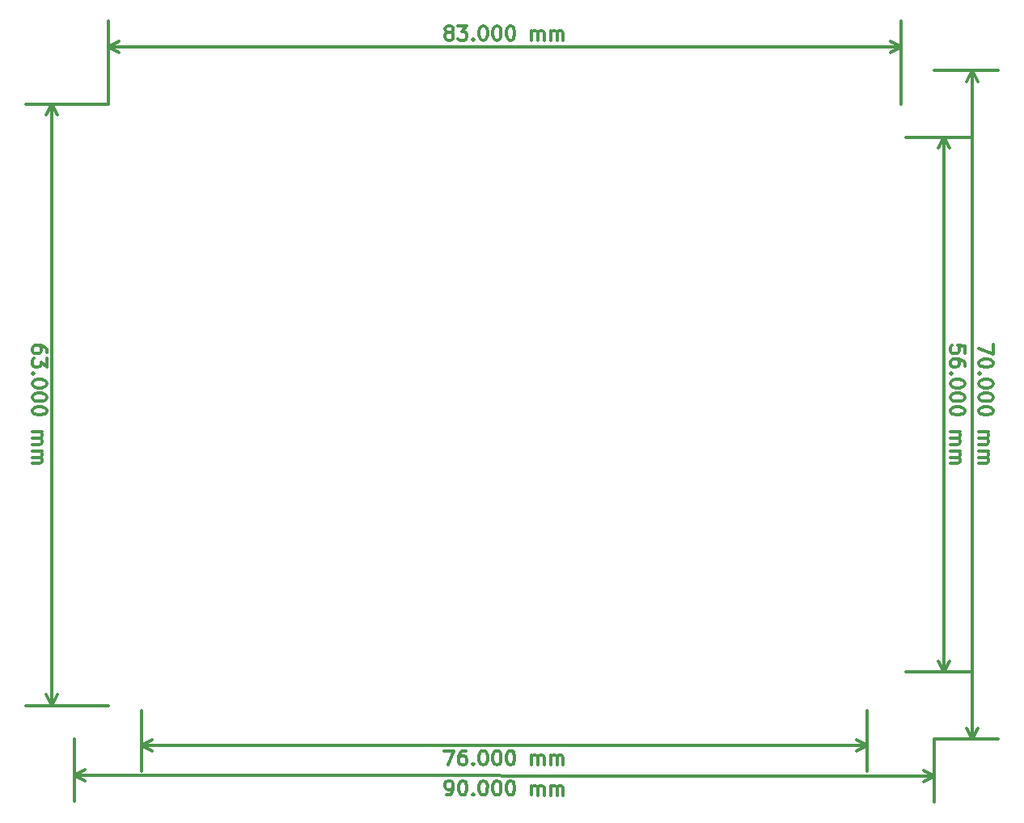
<source format=gbr>
G04 #@! TF.FileFunction,Drawing*
%FSLAX46Y46*%
G04 Gerber Fmt 4.6, Leading zero omitted, Abs format (unit mm)*
G04 Created by KiCad (PCBNEW 4.0.7) date Monday, September 04, 2017 'PMt' 03:05:56 PM*
%MOMM*%
%LPD*%
G01*
G04 APERTURE LIST*
%ADD10C,0.100000*%
%ADD11C,0.300000*%
G04 APERTURE END LIST*
D10*
D11*
X165071429Y-70500001D02*
X165071429Y-70214287D01*
X165000000Y-70071430D01*
X164928571Y-70000001D01*
X164714286Y-69857144D01*
X164428571Y-69785715D01*
X163857143Y-69785715D01*
X163714286Y-69857144D01*
X163642857Y-69928572D01*
X163571429Y-70071430D01*
X163571429Y-70357144D01*
X163642857Y-70500001D01*
X163714286Y-70571430D01*
X163857143Y-70642858D01*
X164214286Y-70642858D01*
X164357143Y-70571430D01*
X164428571Y-70500001D01*
X164500000Y-70357144D01*
X164500000Y-70071430D01*
X164428571Y-69928572D01*
X164357143Y-69857144D01*
X164214286Y-69785715D01*
X165071429Y-71142858D02*
X165071429Y-72071429D01*
X164500000Y-71571429D01*
X164500000Y-71785715D01*
X164428571Y-71928572D01*
X164357143Y-72000001D01*
X164214286Y-72071429D01*
X163857143Y-72071429D01*
X163714286Y-72000001D01*
X163642857Y-71928572D01*
X163571429Y-71785715D01*
X163571429Y-71357143D01*
X163642857Y-71214286D01*
X163714286Y-71142858D01*
X163714286Y-72714286D02*
X163642857Y-72785714D01*
X163571429Y-72714286D01*
X163642857Y-72642857D01*
X163714286Y-72714286D01*
X163571429Y-72714286D01*
X165071429Y-73714286D02*
X165071429Y-73857143D01*
X165000000Y-74000000D01*
X164928571Y-74071429D01*
X164785714Y-74142858D01*
X164500000Y-74214286D01*
X164142857Y-74214286D01*
X163857143Y-74142858D01*
X163714286Y-74071429D01*
X163642857Y-74000000D01*
X163571429Y-73857143D01*
X163571429Y-73714286D01*
X163642857Y-73571429D01*
X163714286Y-73500000D01*
X163857143Y-73428572D01*
X164142857Y-73357143D01*
X164500000Y-73357143D01*
X164785714Y-73428572D01*
X164928571Y-73500000D01*
X165000000Y-73571429D01*
X165071429Y-73714286D01*
X165071429Y-75142857D02*
X165071429Y-75285714D01*
X165000000Y-75428571D01*
X164928571Y-75500000D01*
X164785714Y-75571429D01*
X164500000Y-75642857D01*
X164142857Y-75642857D01*
X163857143Y-75571429D01*
X163714286Y-75500000D01*
X163642857Y-75428571D01*
X163571429Y-75285714D01*
X163571429Y-75142857D01*
X163642857Y-75000000D01*
X163714286Y-74928571D01*
X163857143Y-74857143D01*
X164142857Y-74785714D01*
X164500000Y-74785714D01*
X164785714Y-74857143D01*
X164928571Y-74928571D01*
X165000000Y-75000000D01*
X165071429Y-75142857D01*
X165071429Y-76571428D02*
X165071429Y-76714285D01*
X165000000Y-76857142D01*
X164928571Y-76928571D01*
X164785714Y-77000000D01*
X164500000Y-77071428D01*
X164142857Y-77071428D01*
X163857143Y-77000000D01*
X163714286Y-76928571D01*
X163642857Y-76857142D01*
X163571429Y-76714285D01*
X163571429Y-76571428D01*
X163642857Y-76428571D01*
X163714286Y-76357142D01*
X163857143Y-76285714D01*
X164142857Y-76214285D01*
X164500000Y-76214285D01*
X164785714Y-76285714D01*
X164928571Y-76357142D01*
X165000000Y-76428571D01*
X165071429Y-76571428D01*
X163571429Y-78857142D02*
X164571429Y-78857142D01*
X164428571Y-78857142D02*
X164500000Y-78928570D01*
X164571429Y-79071428D01*
X164571429Y-79285713D01*
X164500000Y-79428570D01*
X164357143Y-79499999D01*
X163571429Y-79499999D01*
X164357143Y-79499999D02*
X164500000Y-79571428D01*
X164571429Y-79714285D01*
X164571429Y-79928570D01*
X164500000Y-80071428D01*
X164357143Y-80142856D01*
X163571429Y-80142856D01*
X163571429Y-80857142D02*
X164571429Y-80857142D01*
X164428571Y-80857142D02*
X164500000Y-80928570D01*
X164571429Y-81071428D01*
X164571429Y-81285713D01*
X164500000Y-81428570D01*
X164357143Y-81499999D01*
X163571429Y-81499999D01*
X164357143Y-81499999D02*
X164500000Y-81571428D01*
X164571429Y-81714285D01*
X164571429Y-81928570D01*
X164500000Y-82071428D01*
X164357143Y-82142856D01*
X163571429Y-82142856D01*
X165600000Y-44500000D02*
X165600000Y-107500000D01*
X171500000Y-44500000D02*
X162900000Y-44500000D01*
X171500000Y-107500000D02*
X162900000Y-107500000D01*
X165600000Y-107500000D02*
X165013579Y-106373496D01*
X165600000Y-107500000D02*
X166186421Y-106373496D01*
X165600000Y-44500000D02*
X165013579Y-45626504D01*
X165600000Y-44500000D02*
X166186421Y-45626504D01*
X207071430Y-36971429D02*
X206928572Y-36900000D01*
X206857144Y-36828571D01*
X206785715Y-36685714D01*
X206785715Y-36614286D01*
X206857144Y-36471429D01*
X206928572Y-36400000D01*
X207071430Y-36328571D01*
X207357144Y-36328571D01*
X207500001Y-36400000D01*
X207571430Y-36471429D01*
X207642858Y-36614286D01*
X207642858Y-36685714D01*
X207571430Y-36828571D01*
X207500001Y-36900000D01*
X207357144Y-36971429D01*
X207071430Y-36971429D01*
X206928572Y-37042857D01*
X206857144Y-37114286D01*
X206785715Y-37257143D01*
X206785715Y-37542857D01*
X206857144Y-37685714D01*
X206928572Y-37757143D01*
X207071430Y-37828571D01*
X207357144Y-37828571D01*
X207500001Y-37757143D01*
X207571430Y-37685714D01*
X207642858Y-37542857D01*
X207642858Y-37257143D01*
X207571430Y-37114286D01*
X207500001Y-37042857D01*
X207357144Y-36971429D01*
X208142858Y-36328571D02*
X209071429Y-36328571D01*
X208571429Y-36900000D01*
X208785715Y-36900000D01*
X208928572Y-36971429D01*
X209000001Y-37042857D01*
X209071429Y-37185714D01*
X209071429Y-37542857D01*
X209000001Y-37685714D01*
X208928572Y-37757143D01*
X208785715Y-37828571D01*
X208357143Y-37828571D01*
X208214286Y-37757143D01*
X208142858Y-37685714D01*
X209714286Y-37685714D02*
X209785714Y-37757143D01*
X209714286Y-37828571D01*
X209642857Y-37757143D01*
X209714286Y-37685714D01*
X209714286Y-37828571D01*
X210714286Y-36328571D02*
X210857143Y-36328571D01*
X211000000Y-36400000D01*
X211071429Y-36471429D01*
X211142858Y-36614286D01*
X211214286Y-36900000D01*
X211214286Y-37257143D01*
X211142858Y-37542857D01*
X211071429Y-37685714D01*
X211000000Y-37757143D01*
X210857143Y-37828571D01*
X210714286Y-37828571D01*
X210571429Y-37757143D01*
X210500000Y-37685714D01*
X210428572Y-37542857D01*
X210357143Y-37257143D01*
X210357143Y-36900000D01*
X210428572Y-36614286D01*
X210500000Y-36471429D01*
X210571429Y-36400000D01*
X210714286Y-36328571D01*
X212142857Y-36328571D02*
X212285714Y-36328571D01*
X212428571Y-36400000D01*
X212500000Y-36471429D01*
X212571429Y-36614286D01*
X212642857Y-36900000D01*
X212642857Y-37257143D01*
X212571429Y-37542857D01*
X212500000Y-37685714D01*
X212428571Y-37757143D01*
X212285714Y-37828571D01*
X212142857Y-37828571D01*
X212000000Y-37757143D01*
X211928571Y-37685714D01*
X211857143Y-37542857D01*
X211785714Y-37257143D01*
X211785714Y-36900000D01*
X211857143Y-36614286D01*
X211928571Y-36471429D01*
X212000000Y-36400000D01*
X212142857Y-36328571D01*
X213571428Y-36328571D02*
X213714285Y-36328571D01*
X213857142Y-36400000D01*
X213928571Y-36471429D01*
X214000000Y-36614286D01*
X214071428Y-36900000D01*
X214071428Y-37257143D01*
X214000000Y-37542857D01*
X213928571Y-37685714D01*
X213857142Y-37757143D01*
X213714285Y-37828571D01*
X213571428Y-37828571D01*
X213428571Y-37757143D01*
X213357142Y-37685714D01*
X213285714Y-37542857D01*
X213214285Y-37257143D01*
X213214285Y-36900000D01*
X213285714Y-36614286D01*
X213357142Y-36471429D01*
X213428571Y-36400000D01*
X213571428Y-36328571D01*
X215857142Y-37828571D02*
X215857142Y-36828571D01*
X215857142Y-36971429D02*
X215928570Y-36900000D01*
X216071428Y-36828571D01*
X216285713Y-36828571D01*
X216428570Y-36900000D01*
X216499999Y-37042857D01*
X216499999Y-37828571D01*
X216499999Y-37042857D02*
X216571428Y-36900000D01*
X216714285Y-36828571D01*
X216928570Y-36828571D01*
X217071428Y-36900000D01*
X217142856Y-37042857D01*
X217142856Y-37828571D01*
X217857142Y-37828571D02*
X217857142Y-36828571D01*
X217857142Y-36971429D02*
X217928570Y-36900000D01*
X218071428Y-36828571D01*
X218285713Y-36828571D01*
X218428570Y-36900000D01*
X218499999Y-37042857D01*
X218499999Y-37828571D01*
X218499999Y-37042857D02*
X218571428Y-36900000D01*
X218714285Y-36828571D01*
X218928570Y-36828571D01*
X219071428Y-36900000D01*
X219142856Y-37042857D01*
X219142856Y-37828571D01*
X171500000Y-38500000D02*
X254500000Y-38500000D01*
X171500000Y-44500000D02*
X171500000Y-35800000D01*
X254500000Y-44500000D02*
X254500000Y-35800000D01*
X254500000Y-38500000D02*
X253373496Y-39086421D01*
X254500000Y-38500000D02*
X253373496Y-37913579D01*
X171500000Y-38500000D02*
X172626504Y-39086421D01*
X171500000Y-38500000D02*
X172626504Y-37913579D01*
X206714287Y-112228571D02*
X207714287Y-112228571D01*
X207071430Y-113728571D01*
X208928572Y-112228571D02*
X208642858Y-112228571D01*
X208500001Y-112300000D01*
X208428572Y-112371429D01*
X208285715Y-112585714D01*
X208214286Y-112871429D01*
X208214286Y-113442857D01*
X208285715Y-113585714D01*
X208357143Y-113657143D01*
X208500001Y-113728571D01*
X208785715Y-113728571D01*
X208928572Y-113657143D01*
X209000001Y-113585714D01*
X209071429Y-113442857D01*
X209071429Y-113085714D01*
X209000001Y-112942857D01*
X208928572Y-112871429D01*
X208785715Y-112800000D01*
X208500001Y-112800000D01*
X208357143Y-112871429D01*
X208285715Y-112942857D01*
X208214286Y-113085714D01*
X209714286Y-113585714D02*
X209785714Y-113657143D01*
X209714286Y-113728571D01*
X209642857Y-113657143D01*
X209714286Y-113585714D01*
X209714286Y-113728571D01*
X210714286Y-112228571D02*
X210857143Y-112228571D01*
X211000000Y-112300000D01*
X211071429Y-112371429D01*
X211142858Y-112514286D01*
X211214286Y-112800000D01*
X211214286Y-113157143D01*
X211142858Y-113442857D01*
X211071429Y-113585714D01*
X211000000Y-113657143D01*
X210857143Y-113728571D01*
X210714286Y-113728571D01*
X210571429Y-113657143D01*
X210500000Y-113585714D01*
X210428572Y-113442857D01*
X210357143Y-113157143D01*
X210357143Y-112800000D01*
X210428572Y-112514286D01*
X210500000Y-112371429D01*
X210571429Y-112300000D01*
X210714286Y-112228571D01*
X212142857Y-112228571D02*
X212285714Y-112228571D01*
X212428571Y-112300000D01*
X212500000Y-112371429D01*
X212571429Y-112514286D01*
X212642857Y-112800000D01*
X212642857Y-113157143D01*
X212571429Y-113442857D01*
X212500000Y-113585714D01*
X212428571Y-113657143D01*
X212285714Y-113728571D01*
X212142857Y-113728571D01*
X212000000Y-113657143D01*
X211928571Y-113585714D01*
X211857143Y-113442857D01*
X211785714Y-113157143D01*
X211785714Y-112800000D01*
X211857143Y-112514286D01*
X211928571Y-112371429D01*
X212000000Y-112300000D01*
X212142857Y-112228571D01*
X213571428Y-112228571D02*
X213714285Y-112228571D01*
X213857142Y-112300000D01*
X213928571Y-112371429D01*
X214000000Y-112514286D01*
X214071428Y-112800000D01*
X214071428Y-113157143D01*
X214000000Y-113442857D01*
X213928571Y-113585714D01*
X213857142Y-113657143D01*
X213714285Y-113728571D01*
X213571428Y-113728571D01*
X213428571Y-113657143D01*
X213357142Y-113585714D01*
X213285714Y-113442857D01*
X213214285Y-113157143D01*
X213214285Y-112800000D01*
X213285714Y-112514286D01*
X213357142Y-112371429D01*
X213428571Y-112300000D01*
X213571428Y-112228571D01*
X215857142Y-113728571D02*
X215857142Y-112728571D01*
X215857142Y-112871429D02*
X215928570Y-112800000D01*
X216071428Y-112728571D01*
X216285713Y-112728571D01*
X216428570Y-112800000D01*
X216499999Y-112942857D01*
X216499999Y-113728571D01*
X216499999Y-112942857D02*
X216571428Y-112800000D01*
X216714285Y-112728571D01*
X216928570Y-112728571D01*
X217071428Y-112800000D01*
X217142856Y-112942857D01*
X217142856Y-113728571D01*
X217857142Y-113728571D02*
X217857142Y-112728571D01*
X217857142Y-112871429D02*
X217928570Y-112800000D01*
X218071428Y-112728571D01*
X218285713Y-112728571D01*
X218428570Y-112800000D01*
X218499999Y-112942857D01*
X218499999Y-113728571D01*
X218499999Y-112942857D02*
X218571428Y-112800000D01*
X218714285Y-112728571D01*
X218928570Y-112728571D01*
X219071428Y-112800000D01*
X219142856Y-112942857D01*
X219142856Y-113728571D01*
X175000000Y-111700000D02*
X251000000Y-111700000D01*
X175000000Y-108000000D02*
X175000000Y-114400000D01*
X251000000Y-108000000D02*
X251000000Y-114400000D01*
X251000000Y-111700000D02*
X249873496Y-112286421D01*
X251000000Y-111700000D02*
X249873496Y-111113579D01*
X175000000Y-111700000D02*
X176126504Y-112286421D01*
X175000000Y-111700000D02*
X176126504Y-111113579D01*
X261171429Y-70571430D02*
X261171429Y-69857144D01*
X260457143Y-69785715D01*
X260528571Y-69857144D01*
X260600000Y-70000001D01*
X260600000Y-70357144D01*
X260528571Y-70500001D01*
X260457143Y-70571430D01*
X260314286Y-70642858D01*
X259957143Y-70642858D01*
X259814286Y-70571430D01*
X259742857Y-70500001D01*
X259671429Y-70357144D01*
X259671429Y-70000001D01*
X259742857Y-69857144D01*
X259814286Y-69785715D01*
X261171429Y-71928572D02*
X261171429Y-71642858D01*
X261100000Y-71500001D01*
X261028571Y-71428572D01*
X260814286Y-71285715D01*
X260528571Y-71214286D01*
X259957143Y-71214286D01*
X259814286Y-71285715D01*
X259742857Y-71357143D01*
X259671429Y-71500001D01*
X259671429Y-71785715D01*
X259742857Y-71928572D01*
X259814286Y-72000001D01*
X259957143Y-72071429D01*
X260314286Y-72071429D01*
X260457143Y-72000001D01*
X260528571Y-71928572D01*
X260600000Y-71785715D01*
X260600000Y-71500001D01*
X260528571Y-71357143D01*
X260457143Y-71285715D01*
X260314286Y-71214286D01*
X259814286Y-72714286D02*
X259742857Y-72785714D01*
X259671429Y-72714286D01*
X259742857Y-72642857D01*
X259814286Y-72714286D01*
X259671429Y-72714286D01*
X261171429Y-73714286D02*
X261171429Y-73857143D01*
X261100000Y-74000000D01*
X261028571Y-74071429D01*
X260885714Y-74142858D01*
X260600000Y-74214286D01*
X260242857Y-74214286D01*
X259957143Y-74142858D01*
X259814286Y-74071429D01*
X259742857Y-74000000D01*
X259671429Y-73857143D01*
X259671429Y-73714286D01*
X259742857Y-73571429D01*
X259814286Y-73500000D01*
X259957143Y-73428572D01*
X260242857Y-73357143D01*
X260600000Y-73357143D01*
X260885714Y-73428572D01*
X261028571Y-73500000D01*
X261100000Y-73571429D01*
X261171429Y-73714286D01*
X261171429Y-75142857D02*
X261171429Y-75285714D01*
X261100000Y-75428571D01*
X261028571Y-75500000D01*
X260885714Y-75571429D01*
X260600000Y-75642857D01*
X260242857Y-75642857D01*
X259957143Y-75571429D01*
X259814286Y-75500000D01*
X259742857Y-75428571D01*
X259671429Y-75285714D01*
X259671429Y-75142857D01*
X259742857Y-75000000D01*
X259814286Y-74928571D01*
X259957143Y-74857143D01*
X260242857Y-74785714D01*
X260600000Y-74785714D01*
X260885714Y-74857143D01*
X261028571Y-74928571D01*
X261100000Y-75000000D01*
X261171429Y-75142857D01*
X261171429Y-76571428D02*
X261171429Y-76714285D01*
X261100000Y-76857142D01*
X261028571Y-76928571D01*
X260885714Y-77000000D01*
X260600000Y-77071428D01*
X260242857Y-77071428D01*
X259957143Y-77000000D01*
X259814286Y-76928571D01*
X259742857Y-76857142D01*
X259671429Y-76714285D01*
X259671429Y-76571428D01*
X259742857Y-76428571D01*
X259814286Y-76357142D01*
X259957143Y-76285714D01*
X260242857Y-76214285D01*
X260600000Y-76214285D01*
X260885714Y-76285714D01*
X261028571Y-76357142D01*
X261100000Y-76428571D01*
X261171429Y-76571428D01*
X259671429Y-78857142D02*
X260671429Y-78857142D01*
X260528571Y-78857142D02*
X260600000Y-78928570D01*
X260671429Y-79071428D01*
X260671429Y-79285713D01*
X260600000Y-79428570D01*
X260457143Y-79499999D01*
X259671429Y-79499999D01*
X260457143Y-79499999D02*
X260600000Y-79571428D01*
X260671429Y-79714285D01*
X260671429Y-79928570D01*
X260600000Y-80071428D01*
X260457143Y-80142856D01*
X259671429Y-80142856D01*
X259671429Y-80857142D02*
X260671429Y-80857142D01*
X260528571Y-80857142D02*
X260600000Y-80928570D01*
X260671429Y-81071428D01*
X260671429Y-81285713D01*
X260600000Y-81428570D01*
X260457143Y-81499999D01*
X259671429Y-81499999D01*
X260457143Y-81499999D02*
X260600000Y-81571428D01*
X260671429Y-81714285D01*
X260671429Y-81928570D01*
X260600000Y-82071428D01*
X260457143Y-82142856D01*
X259671429Y-82142856D01*
X259000000Y-48000000D02*
X259000000Y-104000000D01*
X255000000Y-48000000D02*
X261700000Y-48000000D01*
X255000000Y-104000000D02*
X261700000Y-104000000D01*
X259000000Y-104000000D02*
X258413579Y-102873496D01*
X259000000Y-104000000D02*
X259586421Y-102873496D01*
X259000000Y-48000000D02*
X258413579Y-49126504D01*
X259000000Y-48000000D02*
X259586421Y-49126504D01*
X206922100Y-116871822D02*
X207207815Y-116872139D01*
X207350751Y-116800870D01*
X207422258Y-116729520D01*
X207565354Y-116515394D01*
X207637100Y-116229759D01*
X207637735Y-115658331D01*
X207566465Y-115515395D01*
X207495116Y-115443886D01*
X207352338Y-115372299D01*
X207066624Y-115371981D01*
X206923687Y-115443251D01*
X206852180Y-115514601D01*
X206780592Y-115657379D01*
X206780195Y-116014521D01*
X206851465Y-116157458D01*
X206922814Y-116228965D01*
X207065593Y-116300553D01*
X207351306Y-116300870D01*
X207494243Y-116229600D01*
X207565751Y-116158251D01*
X207637338Y-116015474D01*
X208566622Y-115373648D02*
X208709479Y-115373807D01*
X208852257Y-115445394D01*
X208923606Y-115516903D01*
X208994877Y-115659839D01*
X209065987Y-115945632D01*
X209065590Y-116302775D01*
X208993845Y-116588409D01*
X208922257Y-116731187D01*
X208850749Y-116802536D01*
X208707813Y-116873806D01*
X208564956Y-116873647D01*
X208422178Y-116802060D01*
X208350829Y-116730552D01*
X208279559Y-116587616D01*
X208208448Y-116301822D01*
X208208845Y-115944680D01*
X208280591Y-115659045D01*
X208352178Y-115516268D01*
X208423686Y-115444918D01*
X208566622Y-115373648D01*
X209707971Y-116732060D02*
X209779319Y-116803568D01*
X209707812Y-116874917D01*
X209636462Y-116803409D01*
X209707971Y-116732060D01*
X209707812Y-116874917D01*
X210709478Y-115376029D02*
X210852335Y-115376188D01*
X210995113Y-115447775D01*
X211066462Y-115519284D01*
X211137732Y-115662220D01*
X211208843Y-115948013D01*
X211208446Y-116305156D01*
X211136701Y-116590790D01*
X211065113Y-116733568D01*
X210993605Y-116804917D01*
X210850668Y-116876187D01*
X210707811Y-116876028D01*
X210565034Y-116804441D01*
X210493684Y-116732933D01*
X210422415Y-116589997D01*
X210351304Y-116304203D01*
X210351700Y-115947061D01*
X210423447Y-115661426D01*
X210495034Y-115518649D01*
X210566542Y-115447299D01*
X210709478Y-115376029D01*
X212138048Y-115377616D02*
X212280905Y-115377775D01*
X212423683Y-115449363D01*
X212495032Y-115520871D01*
X212566303Y-115663807D01*
X212637413Y-115949600D01*
X212637016Y-116306743D01*
X212565271Y-116592378D01*
X212493683Y-116735155D01*
X212422175Y-116806505D01*
X212279238Y-116877774D01*
X212136382Y-116877615D01*
X211993604Y-116806029D01*
X211922254Y-116734520D01*
X211850985Y-116591584D01*
X211779874Y-116305791D01*
X211780271Y-115948648D01*
X211852017Y-115663013D01*
X211923604Y-115520236D01*
X211995112Y-115448886D01*
X212138048Y-115377616D01*
X213566618Y-115379203D02*
X213709475Y-115379362D01*
X213852253Y-115450950D01*
X213923602Y-115522458D01*
X213994873Y-115665394D01*
X214065983Y-115951188D01*
X214065586Y-116308330D01*
X213993841Y-116593965D01*
X213922253Y-116736742D01*
X213850745Y-116808092D01*
X213707809Y-116879361D01*
X213564952Y-116879203D01*
X213422174Y-116807616D01*
X213350825Y-116736107D01*
X213279555Y-116593171D01*
X213208444Y-116307378D01*
X213208841Y-115950235D01*
X213280587Y-115664601D01*
X213352174Y-115521823D01*
X213423682Y-115450474D01*
X213566618Y-115379203D01*
X215850664Y-116881742D02*
X215851775Y-115881743D01*
X215851617Y-116024601D02*
X215923124Y-115953251D01*
X216066061Y-115881981D01*
X216280346Y-115882219D01*
X216423124Y-115953807D01*
X216494394Y-116096743D01*
X216493521Y-116882456D01*
X216494394Y-116096743D02*
X216565982Y-115953965D01*
X216708918Y-115882695D01*
X216923203Y-115882933D01*
X217065981Y-115954521D01*
X217137250Y-116097457D01*
X217136377Y-116883171D01*
X217850663Y-116883964D02*
X217851774Y-115883965D01*
X217851615Y-116026823D02*
X217923123Y-115955473D01*
X218066060Y-115884203D01*
X218280345Y-115884441D01*
X218423122Y-115956029D01*
X218494393Y-116098965D01*
X218493520Y-116884679D01*
X218494393Y-116098965D02*
X218565980Y-115956188D01*
X218708917Y-115884917D01*
X218923201Y-115885155D01*
X219065980Y-115956743D01*
X219137249Y-116099679D01*
X219136376Y-116885393D01*
X257995778Y-114899998D02*
X167995778Y-114799998D01*
X258000000Y-111100000D02*
X257992778Y-117599996D01*
X168000000Y-111000000D02*
X167992778Y-117499996D01*
X167995778Y-114799998D02*
X169122933Y-114214829D01*
X167995778Y-114799998D02*
X169121629Y-115387670D01*
X257995778Y-114899998D02*
X256869927Y-114312326D01*
X257995778Y-114899998D02*
X256868623Y-115485167D01*
X264171697Y-69714287D02*
X264171697Y-70714287D01*
X262671697Y-70071430D01*
X264171697Y-71571429D02*
X264171697Y-71714286D01*
X264100268Y-71857143D01*
X264028839Y-71928572D01*
X263885982Y-72000001D01*
X263600268Y-72071429D01*
X263243125Y-72071429D01*
X262957411Y-72000001D01*
X262814554Y-71928572D01*
X262743125Y-71857143D01*
X262671697Y-71714286D01*
X262671697Y-71571429D01*
X262743125Y-71428572D01*
X262814554Y-71357143D01*
X262957411Y-71285715D01*
X263243125Y-71214286D01*
X263600268Y-71214286D01*
X263885982Y-71285715D01*
X264028839Y-71357143D01*
X264100268Y-71428572D01*
X264171697Y-71571429D01*
X262814554Y-72714286D02*
X262743125Y-72785714D01*
X262671697Y-72714286D01*
X262743125Y-72642857D01*
X262814554Y-72714286D01*
X262671697Y-72714286D01*
X264171697Y-73714286D02*
X264171697Y-73857143D01*
X264100268Y-74000000D01*
X264028839Y-74071429D01*
X263885982Y-74142858D01*
X263600268Y-74214286D01*
X263243125Y-74214286D01*
X262957411Y-74142858D01*
X262814554Y-74071429D01*
X262743125Y-74000000D01*
X262671697Y-73857143D01*
X262671697Y-73714286D01*
X262743125Y-73571429D01*
X262814554Y-73500000D01*
X262957411Y-73428572D01*
X263243125Y-73357143D01*
X263600268Y-73357143D01*
X263885982Y-73428572D01*
X264028839Y-73500000D01*
X264100268Y-73571429D01*
X264171697Y-73714286D01*
X264171697Y-75142857D02*
X264171697Y-75285714D01*
X264100268Y-75428571D01*
X264028839Y-75500000D01*
X263885982Y-75571429D01*
X263600268Y-75642857D01*
X263243125Y-75642857D01*
X262957411Y-75571429D01*
X262814554Y-75500000D01*
X262743125Y-75428571D01*
X262671697Y-75285714D01*
X262671697Y-75142857D01*
X262743125Y-75000000D01*
X262814554Y-74928571D01*
X262957411Y-74857143D01*
X263243125Y-74785714D01*
X263600268Y-74785714D01*
X263885982Y-74857143D01*
X264028839Y-74928571D01*
X264100268Y-75000000D01*
X264171697Y-75142857D01*
X264171697Y-76571428D02*
X264171697Y-76714285D01*
X264100268Y-76857142D01*
X264028839Y-76928571D01*
X263885982Y-77000000D01*
X263600268Y-77071428D01*
X263243125Y-77071428D01*
X262957411Y-77000000D01*
X262814554Y-76928571D01*
X262743125Y-76857142D01*
X262671697Y-76714285D01*
X262671697Y-76571428D01*
X262743125Y-76428571D01*
X262814554Y-76357142D01*
X262957411Y-76285714D01*
X263243125Y-76214285D01*
X263600268Y-76214285D01*
X263885982Y-76285714D01*
X264028839Y-76357142D01*
X264100268Y-76428571D01*
X264171697Y-76571428D01*
X262671697Y-78857142D02*
X263671697Y-78857142D01*
X263528839Y-78857142D02*
X263600268Y-78928570D01*
X263671697Y-79071428D01*
X263671697Y-79285713D01*
X263600268Y-79428570D01*
X263457411Y-79499999D01*
X262671697Y-79499999D01*
X263457411Y-79499999D02*
X263600268Y-79571428D01*
X263671697Y-79714285D01*
X263671697Y-79928570D01*
X263600268Y-80071428D01*
X263457411Y-80142856D01*
X262671697Y-80142856D01*
X262671697Y-80857142D02*
X263671697Y-80857142D01*
X263528839Y-80857142D02*
X263600268Y-80928570D01*
X263671697Y-81071428D01*
X263671697Y-81285713D01*
X263600268Y-81428570D01*
X263457411Y-81499999D01*
X262671697Y-81499999D01*
X263457411Y-81499999D02*
X263600268Y-81571428D01*
X263671697Y-81714285D01*
X263671697Y-81928570D01*
X263600268Y-82071428D01*
X263457411Y-82142856D01*
X262671697Y-82142856D01*
X262000268Y-41000000D02*
X262000268Y-111000000D01*
X258000000Y-41000000D02*
X264700268Y-41000000D01*
X258000000Y-111000000D02*
X264700268Y-111000000D01*
X262000268Y-111000000D02*
X261413847Y-109873496D01*
X262000268Y-111000000D02*
X262586689Y-109873496D01*
X262000268Y-41000000D02*
X261413847Y-42126504D01*
X262000268Y-41000000D02*
X262586689Y-42126504D01*
M02*

</source>
